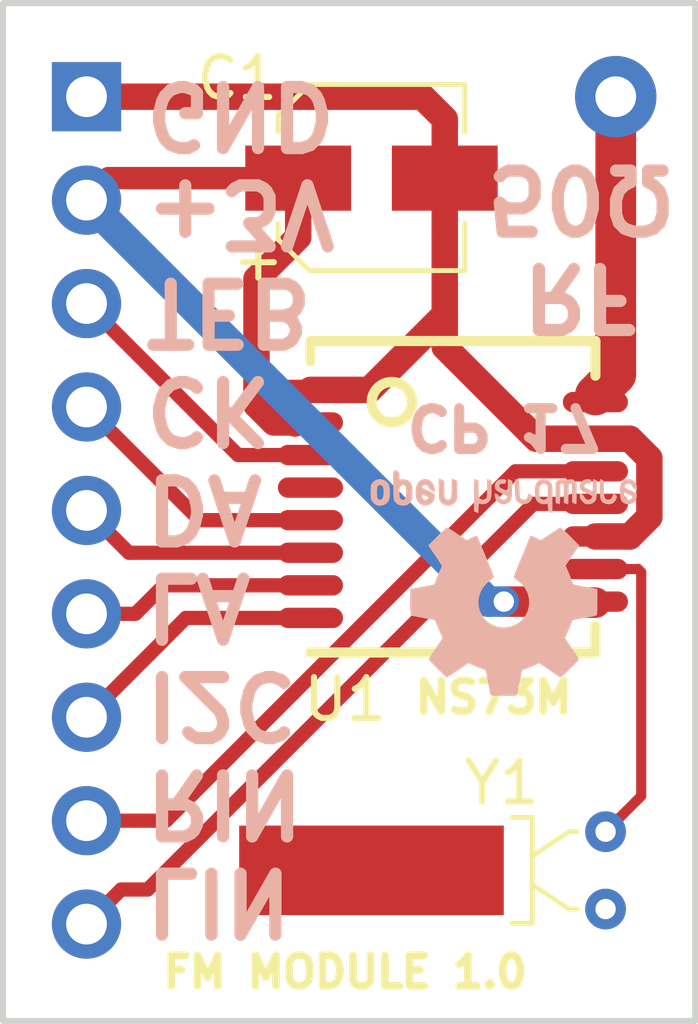
<source format=kicad_pcb>
(kicad_pcb (version 4) (host pcbnew 4.0.6-e0-6349~52~ubuntu16.10.1)

  (general
    (links 17)
    (no_connects 1)
    (area 118.435 81.435 146.27381 107.775001)
    (thickness 1.6)
    (drawings 9)
    (tracks 56)
    (zones 0)
    (modules 6)
    (nets 13)
  )

  (page USLetter)
  (title_block
    (title NS73M-Breakout)
    (date 2017-05-03)
    (rev 1)
    (company "Conor Peterson")
    (comment 1 conor.p.peterson@gmail.com)
  )

  (layers
    (0 F.Cu signal)
    (31 B.Cu signal)
    (32 B.Adhes user hide)
    (33 F.Adhes user hide)
    (34 B.Paste user hide)
    (35 F.Paste user hide)
    (36 B.SilkS user hide)
    (37 F.SilkS user)
    (38 B.Mask user)
    (39 F.Mask user hide)
    (40 Dwgs.User user)
    (41 Cmts.User user)
    (42 Eco1.User user)
    (43 Eco2.User user)
    (44 Edge.Cuts user)
    (45 Margin user)
    (46 B.CrtYd user)
    (47 F.CrtYd user)
    (48 B.Fab user)
    (49 F.Fab user)
  )

  (setup
    (last_trace_width 3.35)
    (trace_clearance 0.2)
    (zone_clearance 0.508)
    (zone_45_only no)
    (trace_min 0.2)
    (segment_width 0.2)
    (edge_width 0.15)
    (via_size 0.6)
    (via_drill 0.4)
    (via_min_size 0.4)
    (via_min_drill 0.3)
    (uvia_size 0.3)
    (uvia_drill 0.1)
    (uvias_allowed no)
    (uvia_min_size 0.2)
    (uvia_min_drill 0.1)
    (pcb_text_width 0.3)
    (pcb_text_size 1.5 1.5)
    (mod_edge_width 0.15)
    (mod_text_size 1 1)
    (mod_text_width 0.15)
    (pad_size 1.524 1.524)
    (pad_drill 0.762)
    (pad_to_mask_clearance 0.2)
    (aux_axis_origin 0 0)
    (visible_elements FFFFFF7F)
    (pcbplotparams
      (layerselection 0x010f0_80000001)
      (usegerberextensions true)
      (excludeedgelayer true)
      (linewidth 0.100000)
      (plotframeref false)
      (viasonmask false)
      (mode 1)
      (useauxorigin false)
      (hpglpennumber 1)
      (hpglpenspeed 20)
      (hpglpendiameter 15)
      (hpglpenoverlay 2)
      (psnegative false)
      (psa4output false)
      (plotreference true)
      (plotvalue false)
      (plotinvisibletext false)
      (padsonsilk false)
      (subtractmaskfromsilk false)
      (outputformat 1)
      (mirror false)
      (drillshape 0)
      (scaleselection 1)
      (outputdirectory ../Gerbers/1.0/))
  )

  (net 0 "")
  (net 1 "Net-(C1-Pad1)")
  (net 2 GND)
  (net 3 "Net-(P1-Pad3)")
  (net 4 "Net-(P1-Pad4)")
  (net 5 "Net-(P1-Pad5)")
  (net 6 "Net-(P1-Pad6)")
  (net 7 "Net-(P1-Pad7)")
  (net 8 "Net-(P1-Pad8)")
  (net 9 "Net-(P1-Pad9)")
  (net 10 "Net-(P2-Pad1)")
  (net 11 "Net-(U1-Pad4)")
  (net 12 "Net-(U1-Pad10)")

  (net_class Default "This is the default net class."
    (clearance 0.2)
    (trace_width 3.35)
    (via_dia 0.6)
    (via_drill 0.4)
    (uvia_dia 0.3)
    (uvia_drill 0.1)
  )

  (net_class Data ""
    (clearance 0.2)
    (trace_width 0.35)
    (via_dia 0.6)
    (via_drill 0.4)
    (uvia_dia 0.3)
    (uvia_drill 0.1)
    (add_net "Net-(P1-Pad3)")
    (add_net "Net-(P1-Pad4)")
    (add_net "Net-(P1-Pad5)")
    (add_net "Net-(P1-Pad6)")
    (add_net "Net-(P1-Pad7)")
    (add_net "Net-(P1-Pad8)")
    (add_net "Net-(P1-Pad9)")
    (add_net "Net-(U1-Pad4)")
  )

  (net_class Power ""
    (clearance 0.2)
    (trace_width 0.55)
    (via_dia 0.7)
    (via_drill 0.5)
    (uvia_dia 0.3)
    (uvia_drill 0.1)
    (add_net GND)
    (add_net "Net-(C1-Pad1)")
  )

  (net_class RF ""
    (clearance 0.25)
    (trace_width 1)
    (via_dia 0.6)
    (via_drill 0.4)
    (uvia_dia 0.3)
    (uvia_drill 0.1)
    (add_net "Net-(P2-Pad1)")
  )

  (net_class Xtal ""
    (clearance 0.2)
    (trace_width 0.25)
    (via_dia 0.6)
    (via_drill 0.4)
    (uvia_dia 0.3)
    (uvia_drill 0.1)
    (add_net "Net-(U1-Pad10)")
  )

  (module NS73M-Breakout:NS73M-DFN (layer F.Cu) (tedit 590A0C5F) (tstamp 5909EE00)
    (at 131 95 180)
    (path /590901B3)
    (fp_text reference U1 (at 2.65 -4.8 180) (layer F.SilkS)
      (effects (font (size 1 1) (thickness 0.15)))
    )
    (fp_text value NS73M (at 0.15 -4.85 180) (layer F.Fab) hide
      (effects (font (size 1 1) (thickness 0.15)))
    )
    (fp_circle (center 1.5 2.5) (end 1.15 2.15) (layer F.SilkS) (width 0.25))
    (fp_line (start 3.5 4) (end 3.5 3.5) (layer F.SilkS) (width 0.25))
    (fp_line (start -3.5 4) (end 3.5 4) (layer F.SilkS) (width 0.25))
    (fp_line (start -3.5 3.15) (end -3.5 4) (layer F.SilkS) (width 0.25))
    (fp_line (start -3.5 -3.65) (end -3.5 -3) (layer F.SilkS) (width 0.25))
    (fp_line (start 3.5 -3.65) (end -3.5 -3.65) (layer F.SilkS) (width 0.25))
    (pad 1 smd oval (at 3.5 2.8 180) (size 1.6 0.5) (layers F.Cu F.Paste F.Mask)
      (net 2 GND))
    (pad 2 smd oval (at 3.5 2 180) (size 1.6 0.5) (layers F.Cu F.Paste F.Mask)
      (net 1 "Net-(C1-Pad1)"))
    (pad 3 smd oval (at 3.5 1.2 180) (size 1.6 0.5) (layers F.Cu F.Paste F.Mask)
      (net 3 "Net-(P1-Pad3)"))
    (pad 4 smd oval (at 3.5 0.4 180) (size 1.6 0.5) (layers F.Cu F.Paste F.Mask)
      (net 11 "Net-(U1-Pad4)"))
    (pad 5 smd oval (at 3.5 -0.4 180) (size 1.6 0.5) (layers F.Cu F.Paste F.Mask)
      (net 4 "Net-(P1-Pad4)"))
    (pad 6 smd oval (at 3.5 -1.2 180) (size 1.6 0.5) (layers F.Cu F.Paste F.Mask)
      (net 5 "Net-(P1-Pad5)"))
    (pad 7 smd oval (at 3.5 -2 180) (size 1.6 0.5) (layers F.Cu F.Paste F.Mask)
      (net 6 "Net-(P1-Pad6)"))
    (pad 8 smd oval (at 3.5 -2.8 180) (size 1.6 0.5) (layers F.Cu F.Paste F.Mask)
      (net 7 "Net-(P1-Pad7)"))
    (pad 9 smd oval (at -3.5 -2.4 180) (size 1.6 0.5) (layers F.Cu F.Paste F.Mask)
      (net 1 "Net-(C1-Pad1)"))
    (pad 10 smd oval (at -3.5 -1.6 180) (size 1.6 0.5) (layers F.Cu F.Paste F.Mask)
      (net 12 "Net-(U1-Pad10)"))
    (pad 11 smd oval (at -3.5 -0.8 180) (size 1.6 0.5) (layers F.Cu F.Paste F.Mask)
      (net 2 GND))
    (pad 12 smd oval (at -3.5 0 180) (size 1.6 0.5) (layers F.Cu F.Paste F.Mask)
      (net 9 "Net-(P1-Pad9)"))
    (pad 13 smd oval (at -3.5 0.8 180) (size 1.6 0.5) (layers F.Cu F.Paste F.Mask)
      (net 8 "Net-(P1-Pad8)"))
    (pad 14 smd oval (at -3.5 1.6 180) (size 1.6 0.5) (layers F.Cu F.Paste F.Mask)
      (net 2 GND))
    (pad 15 smd oval (at -3.5 2.5 180) (size 1.6 0.5) (layers F.Cu F.Paste F.Mask)
      (net 10 "Net-(P2-Pad1)"))
  )

  (module Capacitors_SMD:CP_Elec_4x4.5 (layer F.Cu) (tedit 590A0C3C) (tstamp 5909EDDB)
    (at 129 87)
    (descr "SMT capacitor, aluminium electrolytic, 4x4.5")
    (path /59090277)
    (attr smd)
    (fp_text reference C1 (at -3.3 -2.45 180) (layer F.SilkS)
      (effects (font (size 1 1) (thickness 0.15)))
    )
    (fp_text value 22uF (at 0 -3.45) (layer F.Fab) hide
      (effects (font (size 1 1) (thickness 0.15)))
    )
    (fp_circle (center 0 0) (end 0.1 2.1) (layer F.Fab) (width 0.1))
    (fp_text user + (at -1.24 -0.08) (layer F.Fab)
      (effects (font (size 1 1) (thickness 0.15)))
    )
    (fp_text user + (at -2.78 1.99 180) (layer F.SilkS)
      (effects (font (size 1 1) (thickness 0.15)))
    )
    (fp_text user %R (at 3.45 2.15) (layer F.Fab) hide
      (effects (font (size 1 1) (thickness 0.15)))
    )
    (fp_line (start 2.13 2.12) (end 2.13 -2.15) (layer F.Fab) (width 0.1))
    (fp_line (start -1.46 2.12) (end 2.13 2.12) (layer F.Fab) (width 0.1))
    (fp_line (start -2.13 1.45) (end -1.46 2.12) (layer F.Fab) (width 0.1))
    (fp_line (start -2.13 -1.47) (end -2.13 1.45) (layer F.Fab) (width 0.1))
    (fp_line (start -1.46 -2.15) (end -2.13 -1.47) (layer F.Fab) (width 0.1))
    (fp_line (start 2.13 -2.15) (end -1.46 -2.15) (layer F.Fab) (width 0.1))
    (fp_line (start 2.29 -2.3) (end 2.29 -1.13) (layer F.SilkS) (width 0.12))
    (fp_line (start 2.29 2.27) (end 2.29 1.1) (layer F.SilkS) (width 0.12))
    (fp_line (start -2.29 1.51) (end -2.29 1.1) (layer F.SilkS) (width 0.12))
    (fp_line (start -2.29 -1.54) (end -2.29 -1.13) (layer F.SilkS) (width 0.12))
    (fp_line (start -1.52 -2.3) (end 2.29 -2.3) (layer F.SilkS) (width 0.12))
    (fp_line (start -1.52 -2.3) (end -2.29 -1.54) (layer F.SilkS) (width 0.12))
    (fp_line (start -1.52 2.27) (end 2.29 2.27) (layer F.SilkS) (width 0.12))
    (fp_line (start -1.52 2.27) (end -2.29 1.51) (layer F.SilkS) (width 0.12))
    (fp_line (start -3.35 -2.4) (end 3.35 -2.4) (layer F.CrtYd) (width 0.05))
    (fp_line (start -3.35 -2.4) (end -3.35 2.37) (layer F.CrtYd) (width 0.05))
    (fp_line (start 3.35 2.37) (end 3.35 -2.4) (layer F.CrtYd) (width 0.05))
    (fp_line (start 3.35 2.37) (end -3.35 2.37) (layer F.CrtYd) (width 0.05))
    (pad 1 smd rect (at -1.8 0 180) (size 2.6 1.6) (layers F.Cu F.Paste F.Mask)
      (net 1 "Net-(C1-Pad1)"))
    (pad 2 smd rect (at 1.8 0 180) (size 2.6 1.6) (layers F.Cu F.Paste F.Mask)
      (net 2 GND))
    (model Capacitors_SMD.3dshapes/CP_Elec_4x4.5.wrl
      (at (xyz 0 0 0))
      (scale (xyz 1 1 1))
      (rotate (xyz 0 0 180))
    )
  )

  (module Crystals:Crystal_C26-LF_d2.1mm_l6.5mm_Horizontal_1EP_style1 (layer F.Cu) (tedit 590A0C06) (tstamp 5909EE07)
    (at 134.75 103.05 270)
    (descr "Crystal THT C26-LF 6.5mm length 2.06mm diameter")
    (tags ['C26-LF'])
    (path /590901E6)
    (fp_text reference Y1 (at -1.2 2.55 360) (layer F.SilkS)
      (effects (font (size 1 1) (thickness 0.15)))
    )
    (fp_text value "32.768 kHz" (at 3.57 1.75 360) (layer F.Fab) hide
      (effects (font (size 1 1) (thickness 0.15)))
    )
    (fp_text user %R (at 1 5.75 360) (layer F.Fab)
      (effects (font (size 0.7 0.7) (thickness 0.105)))
    )
    (fp_line (start -0.08 2) (end -0.08 8.5) (layer F.Fab) (width 0.1))
    (fp_line (start -0.08 8.5) (end 1.98 8.5) (layer F.Fab) (width 0.1))
    (fp_line (start 1.98 8.5) (end 1.98 2) (layer F.Fab) (width 0.1))
    (fp_line (start 1.98 2) (end -0.08 2) (layer F.Fab) (width 0.1))
    (fp_line (start 0.6 2) (end 0 1) (layer F.Fab) (width 0.1))
    (fp_line (start 0 1) (end 0 0) (layer F.Fab) (width 0.1))
    (fp_line (start 1.3 2) (end 1.9 1) (layer F.Fab) (width 0.1))
    (fp_line (start 1.9 1) (end 1.9 0) (layer F.Fab) (width 0.1))
    (fp_line (start -0.35 2.3) (end -0.35 1.8) (layer F.SilkS) (width 0.12))
    (fp_line (start -0.35 1.8) (end 2.25 1.8) (layer F.SilkS) (width 0.12))
    (fp_line (start 2.25 1.8) (end 2.25 2.3) (layer F.SilkS) (width 0.12))
    (fp_line (start 0.6 1.8) (end 0 0.9) (layer F.SilkS) (width 0.12))
    (fp_line (start 0 0.9) (end 0 0.7) (layer F.SilkS) (width 0.12))
    (fp_line (start 1.3 1.8) (end 1.9 0.9) (layer F.SilkS) (width 0.12))
    (fp_line (start 1.9 0.9) (end 1.9 0.7) (layer F.SilkS) (width 0.12))
    (fp_line (start -0.9 -0.8) (end -0.9 9.3) (layer F.CrtYd) (width 0.05))
    (fp_line (start -0.9 9.3) (end 2.8 9.3) (layer F.CrtYd) (width 0.05))
    (fp_line (start 2.8 9.3) (end 2.8 -0.8) (layer F.CrtYd) (width 0.05))
    (fp_line (start 2.8 -0.8) (end -0.9 -0.8) (layer F.CrtYd) (width 0.05))
    (pad 1 thru_hole circle (at 0 0 270) (size 1 1) (drill 0.5) (layers *.Cu *.Mask)
      (net 12 "Net-(U1-Pad10)"))
    (pad 2 thru_hole circle (at 1.9 0 270) (size 1 1) (drill 0.5) (layers *.Cu *.Mask)
      (net 2 GND))
    (pad 3 smd rect (at 0.95 5.75 270) (size 2.2 6.5) (layers F.Cu F.Paste F.Mask))
    (model ${KISYS3DMOD}/Crystals.3dshapes/Crystal_C26-LF_d2.1mm_l6.5mm_Horizontal_1EP_style1.wrl
      (at (xyz 0 0 0))
      (scale (xyz 0.393701 0.393701 0.393701))
      (rotate (xyz 0 0 0))
    )
  )

  (module NS73M-Breakout:pinheader-9x (layer F.Cu) (tedit 590A0C23) (tstamp 5909EF35)
    (at 122 85)
    (path /590904E6)
    (fp_text reference P1 (at 2.2 21) (layer F.SilkS) hide
      (effects (font (size 1 1) (thickness 0.15)))
    )
    (fp_text value HEADER (at -2.54 10.16 90) (layer F.Fab) hide
      (effects (font (size 1 1) (thickness 0.15)))
    )
    (pad 1 thru_hole rect (at 0 0) (size 1.7 1.7) (drill 1) (layers *.Cu *.Mask)
      (net 2 GND))
    (pad 2 thru_hole circle (at 0 2.54) (size 1.7 1.7) (drill 1) (layers *.Cu *.Mask)
      (net 1 "Net-(C1-Pad1)"))
    (pad 3 thru_hole circle (at 0 5.08) (size 1.7 1.7) (drill 1) (layers *.Cu *.Mask)
      (net 3 "Net-(P1-Pad3)"))
    (pad 4 thru_hole circle (at 0 7.62) (size 1.7 1.7) (drill 1) (layers *.Cu *.Mask)
      (net 4 "Net-(P1-Pad4)"))
    (pad 5 thru_hole circle (at 0 10.16) (size 1.7 1.7) (drill 1) (layers *.Cu *.Mask)
      (net 5 "Net-(P1-Pad5)"))
    (pad 6 thru_hole circle (at 0 12.7) (size 1.7 1.7) (drill 1) (layers *.Cu *.Mask)
      (net 6 "Net-(P1-Pad6)"))
    (pad 7 thru_hole circle (at 0 15.24) (size 1.7 1.7) (drill 1) (layers *.Cu *.Mask)
      (net 7 "Net-(P1-Pad7)"))
    (pad 8 thru_hole circle (at 0 17.78) (size 1.7 1.7) (drill 1) (layers *.Cu *.Mask)
      (net 8 "Net-(P1-Pad8)"))
    (pad 9 thru_hole circle (at 0 20.32) (size 1.7 1.7) (drill 1) (layers *.Cu *.Mask)
      (net 9 "Net-(P1-Pad9)"))
  )

  (module NS73M-Breakout:rf_hole (layer F.Cu) (tedit 590A0C44) (tstamp 5909EDED)
    (at 135 85)
    (path /59090C31)
    (fp_text reference P2 (at 0 2.54) (layer F.SilkS) hide
      (effects (font (size 1 1) (thickness 0.15)))
    )
    (fp_text value RF_OUT (at 0 -2.54) (layer F.Fab) hide
      (effects (font (size 1 1) (thickness 0.15)))
    )
    (pad 1 thru_hole circle (at 0 0) (size 2 2) (drill 1) (layers *.Cu *.Mask)
      (net 10 "Net-(P2-Pad1)"))
  )

  (module Symbols:OSHW-Logo2_7.3x6mm_SilkScreen (layer B.Cu) (tedit 0) (tstamp 590AC09F)
    (at 132.25 96.95)
    (descr "Open Source Hardware Symbol")
    (tags "Logo Symbol OSHW")
    (attr virtual)
    (fp_text reference REF*** (at 0 0) (layer B.SilkS) hide
      (effects (font (size 1 1) (thickness 0.15)) (justify mirror))
    )
    (fp_text value OSHW-Logo2_7.3x6mm_SilkScreen (at 0.75 0) (layer B.Fab) hide
      (effects (font (size 1 1) (thickness 0.15)) (justify mirror))
    )
    (fp_poly (pts (xy -2.400256 -1.919918) (xy -2.344799 -1.947568) (xy -2.295852 -1.99848) (xy -2.282371 -2.017338)
      (xy -2.267686 -2.042015) (xy -2.258158 -2.068816) (xy -2.252707 -2.104587) (xy -2.250253 -2.156169)
      (xy -2.249714 -2.224267) (xy -2.252148 -2.317588) (xy -2.260606 -2.387657) (xy -2.276826 -2.439931)
      (xy -2.302546 -2.479869) (xy -2.339503 -2.512929) (xy -2.342218 -2.514886) (xy -2.37864 -2.534908)
      (xy -2.422498 -2.544815) (xy -2.478276 -2.547257) (xy -2.568952 -2.547257) (xy -2.56899 -2.635283)
      (xy -2.569834 -2.684308) (xy -2.574976 -2.713065) (xy -2.588413 -2.730311) (xy -2.614142 -2.744808)
      (xy -2.620321 -2.747769) (xy -2.649236 -2.761648) (xy -2.671624 -2.770414) (xy -2.688271 -2.771171)
      (xy -2.699964 -2.761023) (xy -2.70749 -2.737073) (xy -2.711634 -2.696426) (xy -2.713185 -2.636186)
      (xy -2.712929 -2.553455) (xy -2.711651 -2.445339) (xy -2.711252 -2.413) (xy -2.709815 -2.301524)
      (xy -2.708528 -2.228603) (xy -2.569029 -2.228603) (xy -2.568245 -2.290499) (xy -2.56476 -2.330997)
      (xy -2.556876 -2.357708) (xy -2.542895 -2.378244) (xy -2.533403 -2.38826) (xy -2.494596 -2.417567)
      (xy -2.460237 -2.419952) (xy -2.424784 -2.39575) (xy -2.423886 -2.394857) (xy -2.409461 -2.376153)
      (xy -2.400687 -2.350732) (xy -2.396261 -2.311584) (xy -2.394882 -2.251697) (xy -2.394857 -2.23843)
      (xy -2.398188 -2.155901) (xy -2.409031 -2.098691) (xy -2.42866 -2.063766) (xy -2.45835 -2.048094)
      (xy -2.475509 -2.046514) (xy -2.516234 -2.053926) (xy -2.544168 -2.07833) (xy -2.560983 -2.12298)
      (xy -2.56835 -2.19113) (xy -2.569029 -2.228603) (xy -2.708528 -2.228603) (xy -2.708292 -2.215245)
      (xy -2.706323 -2.150333) (xy -2.70355 -2.102958) (xy -2.699612 -2.06929) (xy -2.694151 -2.045498)
      (xy -2.686808 -2.027753) (xy -2.677223 -2.012224) (xy -2.673113 -2.006381) (xy -2.618595 -1.951185)
      (xy -2.549664 -1.91989) (xy -2.469928 -1.911165) (xy -2.400256 -1.919918)) (layer B.SilkS) (width 0.01))
    (fp_poly (pts (xy -1.283907 -1.92778) (xy -1.237328 -1.954723) (xy -1.204943 -1.981466) (xy -1.181258 -2.009484)
      (xy -1.164941 -2.043748) (xy -1.154661 -2.089227) (xy -1.149086 -2.150892) (xy -1.146884 -2.233711)
      (xy -1.146629 -2.293246) (xy -1.146629 -2.512391) (xy -1.208314 -2.540044) (xy -1.27 -2.567697)
      (xy -1.277257 -2.32767) (xy -1.280256 -2.238028) (xy -1.283402 -2.172962) (xy -1.287299 -2.128026)
      (xy -1.292553 -2.09877) (xy -1.299769 -2.080748) (xy -1.30955 -2.069511) (xy -1.312688 -2.067079)
      (xy -1.360239 -2.048083) (xy -1.408303 -2.0556) (xy -1.436914 -2.075543) (xy -1.448553 -2.089675)
      (xy -1.456609 -2.10822) (xy -1.461729 -2.136334) (xy -1.464559 -2.179173) (xy -1.465744 -2.241895)
      (xy -1.465943 -2.307261) (xy -1.465982 -2.389268) (xy -1.467386 -2.447316) (xy -1.472086 -2.486465)
      (xy -1.482013 -2.51178) (xy -1.499097 -2.528323) (xy -1.525268 -2.541156) (xy -1.560225 -2.554491)
      (xy -1.598404 -2.569007) (xy -1.593859 -2.311389) (xy -1.592029 -2.218519) (xy -1.589888 -2.149889)
      (xy -1.586819 -2.100711) (xy -1.582206 -2.066198) (xy -1.575432 -2.041562) (xy -1.565881 -2.022016)
      (xy -1.554366 -2.00477) (xy -1.49881 -1.94968) (xy -1.43102 -1.917822) (xy -1.357287 -1.910191)
      (xy -1.283907 -1.92778)) (layer B.SilkS) (width 0.01))
    (fp_poly (pts (xy -2.958885 -1.921962) (xy -2.890855 -1.957733) (xy -2.840649 -2.015301) (xy -2.822815 -2.052312)
      (xy -2.808937 -2.107882) (xy -2.801833 -2.178096) (xy -2.80116 -2.254727) (xy -2.806573 -2.329552)
      (xy -2.81773 -2.394342) (xy -2.834286 -2.440873) (xy -2.839374 -2.448887) (xy -2.899645 -2.508707)
      (xy -2.971231 -2.544535) (xy -3.048908 -2.55502) (xy -3.127452 -2.53881) (xy -3.149311 -2.529092)
      (xy -3.191878 -2.499143) (xy -3.229237 -2.459433) (xy -3.232768 -2.454397) (xy -3.247119 -2.430124)
      (xy -3.256606 -2.404178) (xy -3.26221 -2.370022) (xy -3.264914 -2.321119) (xy -3.265701 -2.250935)
      (xy -3.265714 -2.2352) (xy -3.265678 -2.230192) (xy -3.120571 -2.230192) (xy -3.119727 -2.29643)
      (xy -3.116404 -2.340386) (xy -3.109417 -2.368779) (xy -3.097584 -2.388325) (xy -3.091543 -2.394857)
      (xy -3.056814 -2.41968) (xy -3.023097 -2.418548) (xy -2.989005 -2.397016) (xy -2.968671 -2.374029)
      (xy -2.956629 -2.340478) (xy -2.949866 -2.287569) (xy -2.949402 -2.281399) (xy -2.948248 -2.185513)
      (xy -2.960312 -2.114299) (xy -2.98543 -2.068194) (xy -3.02344 -2.047635) (xy -3.037008 -2.046514)
      (xy -3.072636 -2.052152) (xy -3.097006 -2.071686) (xy -3.111907 -2.109042) (xy -3.119125 -2.16815)
      (xy -3.120571 -2.230192) (xy -3.265678 -2.230192) (xy -3.265174 -2.160413) (xy -3.262904 -2.108159)
      (xy -3.257932 -2.071949) (xy -3.249287 -2.045299) (xy -3.235995 -2.021722) (xy -3.233057 -2.017338)
      (xy -3.183687 -1.958249) (xy -3.129891 -1.923947) (xy -3.064398 -1.910331) (xy -3.042158 -1.909665)
      (xy -2.958885 -1.921962)) (layer B.SilkS) (width 0.01))
    (fp_poly (pts (xy -1.831697 -1.931239) (xy -1.774473 -1.969735) (xy -1.730251 -2.025335) (xy -1.703833 -2.096086)
      (xy -1.69849 -2.148162) (xy -1.699097 -2.169893) (xy -1.704178 -2.186531) (xy -1.718145 -2.201437)
      (xy -1.745411 -2.217973) (xy -1.790388 -2.239498) (xy -1.857489 -2.269374) (xy -1.857829 -2.269524)
      (xy -1.919593 -2.297813) (xy -1.970241 -2.322933) (xy -2.004596 -2.342179) (xy -2.017482 -2.352848)
      (xy -2.017486 -2.352934) (xy -2.006128 -2.376166) (xy -1.979569 -2.401774) (xy -1.949077 -2.420221)
      (xy -1.93363 -2.423886) (xy -1.891485 -2.411212) (xy -1.855192 -2.379471) (xy -1.837483 -2.344572)
      (xy -1.820448 -2.318845) (xy -1.787078 -2.289546) (xy -1.747851 -2.264235) (xy -1.713244 -2.250471)
      (xy -1.706007 -2.249714) (xy -1.697861 -2.26216) (xy -1.69737 -2.293972) (xy -1.703357 -2.336866)
      (xy -1.714643 -2.382558) (xy -1.73005 -2.422761) (xy -1.730829 -2.424322) (xy -1.777196 -2.489062)
      (xy -1.837289 -2.533097) (xy -1.905535 -2.554711) (xy -1.976362 -2.552185) (xy -2.044196 -2.523804)
      (xy -2.047212 -2.521808) (xy -2.100573 -2.473448) (xy -2.13566 -2.410352) (xy -2.155078 -2.327387)
      (xy -2.157684 -2.304078) (xy -2.162299 -2.194055) (xy -2.156767 -2.142748) (xy -2.017486 -2.142748)
      (xy -2.015676 -2.174753) (xy -2.005778 -2.184093) (xy -1.981102 -2.177105) (xy -1.942205 -2.160587)
      (xy -1.898725 -2.139881) (xy -1.897644 -2.139333) (xy -1.860791 -2.119949) (xy -1.846 -2.107013)
      (xy -1.849647 -2.093451) (xy -1.865005 -2.075632) (xy -1.904077 -2.049845) (xy -1.946154 -2.04795)
      (xy -1.983897 -2.066717) (xy -2.009966 -2.102915) (xy -2.017486 -2.142748) (xy -2.156767 -2.142748)
      (xy -2.152806 -2.106027) (xy -2.12845 -2.036212) (xy -2.094544 -1.987302) (xy -2.033347 -1.937878)
      (xy -1.965937 -1.913359) (xy -1.89712 -1.911797) (xy -1.831697 -1.931239)) (layer B.SilkS) (width 0.01))
    (fp_poly (pts (xy -0.624114 -1.851289) (xy -0.619861 -1.910613) (xy -0.614975 -1.945572) (xy -0.608205 -1.96082)
      (xy -0.598298 -1.961015) (xy -0.595086 -1.959195) (xy -0.552356 -1.946015) (xy -0.496773 -1.946785)
      (xy -0.440263 -1.960333) (xy -0.404918 -1.977861) (xy -0.368679 -2.005861) (xy -0.342187 -2.037549)
      (xy -0.324001 -2.077813) (xy -0.312678 -2.131543) (xy -0.306778 -2.203626) (xy -0.304857 -2.298951)
      (xy -0.304823 -2.317237) (xy -0.3048 -2.522646) (xy -0.350509 -2.53858) (xy -0.382973 -2.54942)
      (xy -0.400785 -2.554468) (xy -0.401309 -2.554514) (xy -0.403063 -2.540828) (xy -0.404556 -2.503076)
      (xy -0.405674 -2.446224) (xy -0.406303 -2.375234) (xy -0.4064 -2.332073) (xy -0.406602 -2.246973)
      (xy -0.407642 -2.185981) (xy -0.410169 -2.144177) (xy -0.414836 -2.116642) (xy -0.422293 -2.098456)
      (xy -0.433189 -2.084698) (xy -0.439993 -2.078073) (xy -0.486728 -2.051375) (xy -0.537728 -2.049375)
      (xy -0.583999 -2.071955) (xy -0.592556 -2.080107) (xy -0.605107 -2.095436) (xy -0.613812 -2.113618)
      (xy -0.619369 -2.139909) (xy -0.622474 -2.179562) (xy -0.623824 -2.237832) (xy -0.624114 -2.318173)
      (xy -0.624114 -2.522646) (xy -0.669823 -2.53858) (xy -0.702287 -2.54942) (xy -0.720099 -2.554468)
      (xy -0.720623 -2.554514) (xy -0.721963 -2.540623) (xy -0.723172 -2.501439) (xy -0.724199 -2.4407)
      (xy -0.724998 -2.362141) (xy -0.725519 -2.269498) (xy -0.725714 -2.166509) (xy -0.725714 -1.769342)
      (xy -0.678543 -1.749444) (xy -0.631371 -1.729547) (xy -0.624114 -1.851289)) (layer B.SilkS) (width 0.01))
    (fp_poly (pts (xy 0.039744 -1.950968) (xy 0.096616 -1.972087) (xy 0.097267 -1.972493) (xy 0.13244 -1.99838)
      (xy 0.158407 -2.028633) (xy 0.17667 -2.068058) (xy 0.188732 -2.121462) (xy 0.196096 -2.193651)
      (xy 0.200264 -2.289432) (xy 0.200629 -2.303078) (xy 0.205876 -2.508842) (xy 0.161716 -2.531678)
      (xy 0.129763 -2.54711) (xy 0.11047 -2.554423) (xy 0.109578 -2.554514) (xy 0.106239 -2.541022)
      (xy 0.103587 -2.504626) (xy 0.101956 -2.451452) (xy 0.1016 -2.408393) (xy 0.101592 -2.338641)
      (xy 0.098403 -2.294837) (xy 0.087288 -2.273944) (xy 0.063501 -2.272925) (xy 0.022296 -2.288741)
      (xy -0.039914 -2.317815) (xy -0.085659 -2.341963) (xy -0.109187 -2.362913) (xy -0.116104 -2.385747)
      (xy -0.116114 -2.386877) (xy -0.104701 -2.426212) (xy -0.070908 -2.447462) (xy -0.019191 -2.450539)
      (xy 0.018061 -2.450006) (xy 0.037703 -2.460735) (xy 0.049952 -2.486505) (xy 0.057002 -2.519337)
      (xy 0.046842 -2.537966) (xy 0.043017 -2.540632) (xy 0.007001 -2.55134) (xy -0.043434 -2.552856)
      (xy -0.095374 -2.545759) (xy -0.132178 -2.532788) (xy -0.183062 -2.489585) (xy -0.211986 -2.429446)
      (xy -0.217714 -2.382462) (xy -0.213343 -2.340082) (xy -0.197525 -2.305488) (xy -0.166203 -2.274763)
      (xy -0.115322 -2.24399) (xy -0.040824 -2.209252) (xy -0.036286 -2.207288) (xy 0.030821 -2.176287)
      (xy 0.072232 -2.150862) (xy 0.089981 -2.128014) (xy 0.086107 -2.104745) (xy 0.062643 -2.078056)
      (xy 0.055627 -2.071914) (xy 0.00863 -2.0481) (xy -0.040067 -2.049103) (xy -0.082478 -2.072451)
      (xy -0.110616 -2.115675) (xy -0.113231 -2.12416) (xy -0.138692 -2.165308) (xy -0.170999 -2.185128)
      (xy -0.217714 -2.20477) (xy -0.217714 -2.15395) (xy -0.203504 -2.080082) (xy -0.161325 -2.012327)
      (xy -0.139376 -1.989661) (xy -0.089483 -1.960569) (xy -0.026033 -1.9474) (xy 0.039744 -1.950968)) (layer B.SilkS) (width 0.01))
    (fp_poly (pts (xy 0.529926 -1.949755) (xy 0.595858 -1.974084) (xy 0.649273 -2.017117) (xy 0.670164 -2.047409)
      (xy 0.692939 -2.102994) (xy 0.692466 -2.143186) (xy 0.668562 -2.170217) (xy 0.659717 -2.174813)
      (xy 0.62153 -2.189144) (xy 0.602028 -2.185472) (xy 0.595422 -2.161407) (xy 0.595086 -2.148114)
      (xy 0.582992 -2.09921) (xy 0.551471 -2.064999) (xy 0.507659 -2.048476) (xy 0.458695 -2.052634)
      (xy 0.418894 -2.074227) (xy 0.40545 -2.086544) (xy 0.395921 -2.101487) (xy 0.389485 -2.124075)
      (xy 0.385317 -2.159328) (xy 0.382597 -2.212266) (xy 0.380502 -2.287907) (xy 0.37996 -2.311857)
      (xy 0.377981 -2.39379) (xy 0.375731 -2.451455) (xy 0.372357 -2.489608) (xy 0.367006 -2.513004)
      (xy 0.358824 -2.526398) (xy 0.346959 -2.534545) (xy 0.339362 -2.538144) (xy 0.307102 -2.550452)
      (xy 0.288111 -2.554514) (xy 0.281836 -2.540948) (xy 0.278006 -2.499934) (xy 0.2766 -2.430999)
      (xy 0.277598 -2.333669) (xy 0.277908 -2.318657) (xy 0.280101 -2.229859) (xy 0.282693 -2.165019)
      (xy 0.286382 -2.119067) (xy 0.291864 -2.086935) (xy 0.299835 -2.063553) (xy 0.310993 -2.043852)
      (xy 0.31683 -2.03541) (xy 0.350296 -1.998057) (xy 0.387727 -1.969003) (xy 0.392309 -1.966467)
      (xy 0.459426 -1.946443) (xy 0.529926 -1.949755)) (layer B.SilkS) (width 0.01))
    (fp_poly (pts (xy 1.190117 -2.065358) (xy 1.189933 -2.173837) (xy 1.189219 -2.257287) (xy 1.187675 -2.319704)
      (xy 1.185001 -2.365085) (xy 1.180894 -2.397429) (xy 1.175055 -2.420733) (xy 1.167182 -2.438995)
      (xy 1.161221 -2.449418) (xy 1.111855 -2.505945) (xy 1.049264 -2.541377) (xy 0.980013 -2.55409)
      (xy 0.910668 -2.542463) (xy 0.869375 -2.521568) (xy 0.826025 -2.485422) (xy 0.796481 -2.441276)
      (xy 0.778655 -2.383462) (xy 0.770463 -2.306313) (xy 0.769302 -2.249714) (xy 0.769458 -2.245647)
      (xy 0.870857 -2.245647) (xy 0.871476 -2.31055) (xy 0.874314 -2.353514) (xy 0.88084 -2.381622)
      (xy 0.892523 -2.401953) (xy 0.906483 -2.417288) (xy 0.953365 -2.44689) (xy 1.003701 -2.449419)
      (xy 1.051276 -2.424705) (xy 1.054979 -2.421356) (xy 1.070783 -2.403935) (xy 1.080693 -2.383209)
      (xy 1.086058 -2.352362) (xy 1.088228 -2.304577) (xy 1.088571 -2.251748) (xy 1.087827 -2.185381)
      (xy 1.084748 -2.141106) (xy 1.078061 -2.112009) (xy 1.066496 -2.091173) (xy 1.057013 -2.080107)
      (xy 1.01296 -2.052198) (xy 0.962224 -2.048843) (xy 0.913796 -2.070159) (xy 0.90445 -2.078073)
      (xy 0.88854 -2.095647) (xy 0.87861 -2.116587) (xy 0.873278 -2.147782) (xy 0.871163 -2.196122)
      (xy 0.870857 -2.245647) (xy 0.769458 -2.245647) (xy 0.77281 -2.158568) (xy 0.784726 -2.090086)
      (xy 0.807135 -2.0386) (xy 0.842124 -1.998443) (xy 0.869375 -1.977861) (xy 0.918907 -1.955625)
      (xy 0.976316 -1.945304) (xy 1.029682 -1.948067) (xy 1.059543 -1.959212) (xy 1.071261 -1.962383)
      (xy 1.079037 -1.950557) (xy 1.084465 -1.918866) (xy 1.088571 -1.870593) (xy 1.093067 -1.816829)
      (xy 1.099313 -1.784482) (xy 1.110676 -1.765985) (xy 1.130528 -1.75377) (xy 1.143 -1.748362)
      (xy 1.190171 -1.728601) (xy 1.190117 -2.065358)) (layer B.SilkS) (width 0.01))
    (fp_poly (pts (xy 1.779833 -1.958663) (xy 1.782048 -1.99685) (xy 1.783784 -2.054886) (xy 1.784899 -2.12818)
      (xy 1.785257 -2.205055) (xy 1.785257 -2.465196) (xy 1.739326 -2.511127) (xy 1.707675 -2.539429)
      (xy 1.67989 -2.550893) (xy 1.641915 -2.550168) (xy 1.62684 -2.548321) (xy 1.579726 -2.542948)
      (xy 1.540756 -2.539869) (xy 1.531257 -2.539585) (xy 1.499233 -2.541445) (xy 1.453432 -2.546114)
      (xy 1.435674 -2.548321) (xy 1.392057 -2.551735) (xy 1.362745 -2.54432) (xy 1.33368 -2.521427)
      (xy 1.323188 -2.511127) (xy 1.277257 -2.465196) (xy 1.277257 -1.978602) (xy 1.314226 -1.961758)
      (xy 1.346059 -1.949282) (xy 1.364683 -1.944914) (xy 1.369458 -1.958718) (xy 1.373921 -1.997286)
      (xy 1.377775 -2.056356) (xy 1.380722 -2.131663) (xy 1.382143 -2.195286) (xy 1.386114 -2.445657)
      (xy 1.420759 -2.450556) (xy 1.452268 -2.447131) (xy 1.467708 -2.436041) (xy 1.472023 -2.415308)
      (xy 1.475708 -2.371145) (xy 1.478469 -2.309146) (xy 1.480012 -2.234909) (xy 1.480235 -2.196706)
      (xy 1.480457 -1.976783) (xy 1.526166 -1.960849) (xy 1.558518 -1.950015) (xy 1.576115 -1.944962)
      (xy 1.576623 -1.944914) (xy 1.578388 -1.958648) (xy 1.580329 -1.99673) (xy 1.582282 -2.054482)
      (xy 1.584084 -2.127227) (xy 1.585343 -2.195286) (xy 1.589314 -2.445657) (xy 1.6764 -2.445657)
      (xy 1.680396 -2.21724) (xy 1.684392 -1.988822) (xy 1.726847 -1.966868) (xy 1.758192 -1.951793)
      (xy 1.776744 -1.944951) (xy 1.777279 -1.944914) (xy 1.779833 -1.958663)) (layer B.SilkS) (width 0.01))
    (fp_poly (pts (xy 2.144876 -1.956335) (xy 2.186667 -1.975344) (xy 2.219469 -1.998378) (xy 2.243503 -2.024133)
      (xy 2.260097 -2.057358) (xy 2.270577 -2.1028) (xy 2.276271 -2.165207) (xy 2.278507 -2.249327)
      (xy 2.278743 -2.304721) (xy 2.278743 -2.520826) (xy 2.241774 -2.53767) (xy 2.212656 -2.549981)
      (xy 2.198231 -2.554514) (xy 2.195472 -2.541025) (xy 2.193282 -2.504653) (xy 2.191942 -2.451542)
      (xy 2.191657 -2.409372) (xy 2.190434 -2.348447) (xy 2.187136 -2.300115) (xy 2.182321 -2.270518)
      (xy 2.178496 -2.264229) (xy 2.152783 -2.270652) (xy 2.112418 -2.287125) (xy 2.065679 -2.309458)
      (xy 2.020845 -2.333457) (xy 1.986193 -2.35493) (xy 1.970002 -2.369685) (xy 1.969938 -2.369845)
      (xy 1.97133 -2.397152) (xy 1.983818 -2.423219) (xy 2.005743 -2.444392) (xy 2.037743 -2.451474)
      (xy 2.065092 -2.450649) (xy 2.103826 -2.450042) (xy 2.124158 -2.459116) (xy 2.136369 -2.483092)
      (xy 2.137909 -2.487613) (xy 2.143203 -2.521806) (xy 2.129047 -2.542568) (xy 2.092148 -2.552462)
      (xy 2.052289 -2.554292) (xy 1.980562 -2.540727) (xy 1.943432 -2.521355) (xy 1.897576 -2.475845)
      (xy 1.873256 -2.419983) (xy 1.871073 -2.360957) (xy 1.891629 -2.305953) (xy 1.922549 -2.271486)
      (xy 1.95342 -2.252189) (xy 2.001942 -2.227759) (xy 2.058485 -2.202985) (xy 2.06791 -2.199199)
      (xy 2.130019 -2.171791) (xy 2.165822 -2.147634) (xy 2.177337 -2.123619) (xy 2.16658 -2.096635)
      (xy 2.148114 -2.075543) (xy 2.104469 -2.049572) (xy 2.056446 -2.047624) (xy 2.012406 -2.067637)
      (xy 1.980709 -2.107551) (xy 1.976549 -2.117848) (xy 1.952327 -2.155724) (xy 1.916965 -2.183842)
      (xy 1.872343 -2.206917) (xy 1.872343 -2.141485) (xy 1.874969 -2.101506) (xy 1.88623 -2.069997)
      (xy 1.911199 -2.036378) (xy 1.935169 -2.010484) (xy 1.972441 -1.973817) (xy 2.001401 -1.954121)
      (xy 2.032505 -1.94622) (xy 2.067713 -1.944914) (xy 2.144876 -1.956335)) (layer B.SilkS) (width 0.01))
    (fp_poly (pts (xy 2.6526 -1.958752) (xy 2.669948 -1.966334) (xy 2.711356 -1.999128) (xy 2.746765 -2.046547)
      (xy 2.768664 -2.097151) (xy 2.772229 -2.122098) (xy 2.760279 -2.156927) (xy 2.734067 -2.175357)
      (xy 2.705964 -2.186516) (xy 2.693095 -2.188572) (xy 2.686829 -2.173649) (xy 2.674456 -2.141175)
      (xy 2.669028 -2.126502) (xy 2.63859 -2.075744) (xy 2.59452 -2.050427) (xy 2.53801 -2.051206)
      (xy 2.533825 -2.052203) (xy 2.503655 -2.066507) (xy 2.481476 -2.094393) (xy 2.466327 -2.139287)
      (xy 2.45725 -2.204615) (xy 2.453286 -2.293804) (xy 2.452914 -2.341261) (xy 2.45273 -2.416071)
      (xy 2.451522 -2.467069) (xy 2.448309 -2.499471) (xy 2.442109 -2.518495) (xy 2.43194 -2.529356)
      (xy 2.416819 -2.537272) (xy 2.415946 -2.53767) (xy 2.386828 -2.549981) (xy 2.372403 -2.554514)
      (xy 2.370186 -2.540809) (xy 2.368289 -2.502925) (xy 2.366847 -2.445715) (xy 2.365998 -2.374027)
      (xy 2.365829 -2.321565) (xy 2.366692 -2.220047) (xy 2.37007 -2.143032) (xy 2.377142 -2.086023)
      (xy 2.389088 -2.044526) (xy 2.40709 -2.014043) (xy 2.432327 -1.99008) (xy 2.457247 -1.973355)
      (xy 2.517171 -1.951097) (xy 2.586911 -1.946076) (xy 2.6526 -1.958752)) (layer B.SilkS) (width 0.01))
    (fp_poly (pts (xy 3.153595 -1.966966) (xy 3.211021 -2.004497) (xy 3.238719 -2.038096) (xy 3.260662 -2.099064)
      (xy 3.262405 -2.147308) (xy 3.258457 -2.211816) (xy 3.109686 -2.276934) (xy 3.037349 -2.310202)
      (xy 2.990084 -2.336964) (xy 2.965507 -2.360144) (xy 2.961237 -2.382667) (xy 2.974889 -2.407455)
      (xy 2.989943 -2.423886) (xy 3.033746 -2.450235) (xy 3.081389 -2.452081) (xy 3.125145 -2.431546)
      (xy 3.157289 -2.390752) (xy 3.163038 -2.376347) (xy 3.190576 -2.331356) (xy 3.222258 -2.312182)
      (xy 3.265714 -2.295779) (xy 3.265714 -2.357966) (xy 3.261872 -2.400283) (xy 3.246823 -2.435969)
      (xy 3.21528 -2.476943) (xy 3.210592 -2.482267) (xy 3.175506 -2.51872) (xy 3.145347 -2.538283)
      (xy 3.107615 -2.547283) (xy 3.076335 -2.55023) (xy 3.020385 -2.550965) (xy 2.980555 -2.54166)
      (xy 2.955708 -2.527846) (xy 2.916656 -2.497467) (xy 2.889625 -2.464613) (xy 2.872517 -2.423294)
      (xy 2.863238 -2.367521) (xy 2.859693 -2.291305) (xy 2.85941 -2.252622) (xy 2.860372 -2.206247)
      (xy 2.948007 -2.206247) (xy 2.949023 -2.231126) (xy 2.951556 -2.2352) (xy 2.968274 -2.229665)
      (xy 3.004249 -2.215017) (xy 3.052331 -2.19419) (xy 3.062386 -2.189714) (xy 3.123152 -2.158814)
      (xy 3.156632 -2.131657) (xy 3.16399 -2.10622) (xy 3.146391 -2.080481) (xy 3.131856 -2.069109)
      (xy 3.07941 -2.046364) (xy 3.030322 -2.050122) (xy 2.989227 -2.077884) (xy 2.960758 -2.127152)
      (xy 2.951631 -2.166257) (xy 2.948007 -2.206247) (xy 2.860372 -2.206247) (xy 2.861285 -2.162249)
      (xy 2.868196 -2.095384) (xy 2.881884 -2.046695) (xy 2.904096 -2.010849) (xy 2.936574 -1.982513)
      (xy 2.950733 -1.973355) (xy 3.015053 -1.949507) (xy 3.085473 -1.948006) (xy 3.153595 -1.966966)) (layer B.SilkS) (width 0.01))
    (fp_poly (pts (xy 0.10391 2.757652) (xy 0.182454 2.757222) (xy 0.239298 2.756058) (xy 0.278105 2.753793)
      (xy 0.302538 2.75006) (xy 0.316262 2.744494) (xy 0.32294 2.736727) (xy 0.326236 2.726395)
      (xy 0.326556 2.725057) (xy 0.331562 2.700921) (xy 0.340829 2.653299) (xy 0.353392 2.587259)
      (xy 0.368287 2.507872) (xy 0.384551 2.420204) (xy 0.385119 2.417125) (xy 0.40141 2.331211)
      (xy 0.416652 2.255304) (xy 0.429861 2.193955) (xy 0.440054 2.151718) (xy 0.446248 2.133145)
      (xy 0.446543 2.132816) (xy 0.464788 2.123747) (xy 0.502405 2.108633) (xy 0.551271 2.090738)
      (xy 0.551543 2.090642) (xy 0.613093 2.067507) (xy 0.685657 2.038035) (xy 0.754057 2.008403)
      (xy 0.757294 2.006938) (xy 0.868702 1.956374) (xy 1.115399 2.12484) (xy 1.191077 2.176197)
      (xy 1.259631 2.222111) (xy 1.317088 2.25997) (xy 1.359476 2.287163) (xy 1.382825 2.301079)
      (xy 1.385042 2.302111) (xy 1.40201 2.297516) (xy 1.433701 2.275345) (xy 1.481352 2.234553)
      (xy 1.546198 2.174095) (xy 1.612397 2.109773) (xy 1.676214 2.046388) (xy 1.733329 1.988549)
      (xy 1.780305 1.939825) (xy 1.813703 1.90379) (xy 1.830085 1.884016) (xy 1.830694 1.882998)
      (xy 1.832505 1.869428) (xy 1.825683 1.847267) (xy 1.80854 1.813522) (xy 1.779393 1.7652)
      (xy 1.736555 1.699308) (xy 1.679448 1.614483) (xy 1.628766 1.539823) (xy 1.583461 1.47286)
      (xy 1.54615 1.417484) (xy 1.519452 1.37758) (xy 1.505985 1.357038) (xy 1.505137 1.355644)
      (xy 1.506781 1.335962) (xy 1.519245 1.297707) (xy 1.540048 1.248111) (xy 1.547462 1.232272)
      (xy 1.579814 1.16171) (xy 1.614328 1.081647) (xy 1.642365 1.012371) (xy 1.662568 0.960955)
      (xy 1.678615 0.921881) (xy 1.687888 0.901459) (xy 1.689041 0.899886) (xy 1.706096 0.897279)
      (xy 1.746298 0.890137) (xy 1.804302 0.879477) (xy 1.874763 0.866315) (xy 1.952335 0.851667)
      (xy 2.031672 0.836551) (xy 2.107431 0.821982) (xy 2.174264 0.808978) (xy 2.226828 0.798555)
      (xy 2.259776 0.79173) (xy 2.267857 0.789801) (xy 2.276205 0.785038) (xy 2.282506 0.774282)
      (xy 2.287045 0.753902) (xy 2.290104 0.720266) (xy 2.291967 0.669745) (xy 2.292918 0.598708)
      (xy 2.29324 0.503524) (xy 2.293257 0.464508) (xy 2.293257 0.147201) (xy 2.217057 0.132161)
      (xy 2.174663 0.124005) (xy 2.1114 0.112101) (xy 2.034962 0.097884) (xy 1.953043 0.08279)
      (xy 1.9304 0.078645) (xy 1.854806 0.063947) (xy 1.788953 0.049495) (xy 1.738366 0.036625)
      (xy 1.708574 0.026678) (xy 1.703612 0.023713) (xy 1.691426 0.002717) (xy 1.673953 -0.037967)
      (xy 1.654577 -0.090322) (xy 1.650734 -0.1016) (xy 1.625339 -0.171523) (xy 1.593817 -0.250418)
      (xy 1.562969 -0.321266) (xy 1.562817 -0.321595) (xy 1.511447 -0.432733) (xy 1.680399 -0.681253)
      (xy 1.849352 -0.929772) (xy 1.632429 -1.147058) (xy 1.566819 -1.211726) (xy 1.506979 -1.268733)
      (xy 1.456267 -1.315033) (xy 1.418046 -1.347584) (xy 1.395675 -1.363343) (xy 1.392466 -1.364343)
      (xy 1.373626 -1.356469) (xy 1.33518 -1.334578) (xy 1.28133 -1.301267) (xy 1.216276 -1.259131)
      (xy 1.14594 -1.211943) (xy 1.074555 -1.16381) (xy 1.010908 -1.121928) (xy 0.959041 -1.088871)
      (xy 0.922995 -1.067218) (xy 0.906867 -1.059543) (xy 0.887189 -1.066037) (xy 0.849875 -1.08315)
      (xy 0.802621 -1.107326) (xy 0.797612 -1.110013) (xy 0.733977 -1.141927) (xy 0.690341 -1.157579)
      (xy 0.663202 -1.157745) (xy 0.649057 -1.143204) (xy 0.648975 -1.143) (xy 0.641905 -1.125779)
      (xy 0.625042 -1.084899) (xy 0.599695 -1.023525) (xy 0.567171 -0.944819) (xy 0.528778 -0.851947)
      (xy 0.485822 -0.748072) (xy 0.444222 -0.647502) (xy 0.398504 -0.536516) (xy 0.356526 -0.433703)
      (xy 0.319548 -0.342215) (xy 0.288827 -0.265201) (xy 0.265622 -0.205815) (xy 0.25119 -0.167209)
      (xy 0.246743 -0.1528) (xy 0.257896 -0.136272) (xy 0.287069 -0.10993) (xy 0.325971 -0.080887)
      (xy 0.436757 0.010961) (xy 0.523351 0.116241) (xy 0.584716 0.232734) (xy 0.619815 0.358224)
      (xy 0.627608 0.490493) (xy 0.621943 0.551543) (xy 0.591078 0.678205) (xy 0.53792 0.790059)
      (xy 0.465767 0.885999) (xy 0.377917 0.964924) (xy 0.277665 1.02573) (xy 0.16831 1.067313)
      (xy 0.053147 1.088572) (xy -0.064525 1.088401) (xy -0.18141 1.065699) (xy -0.294211 1.019362)
      (xy -0.399631 0.948287) (xy -0.443632 0.908089) (xy -0.528021 0.804871) (xy -0.586778 0.692075)
      (xy -0.620296 0.57299) (xy -0.628965 0.450905) (xy -0.613177 0.329107) (xy -0.573322 0.210884)
      (xy -0.509793 0.099525) (xy -0.422979 -0.001684) (xy -0.325971 -0.080887) (xy -0.285563 -0.111162)
      (xy -0.257018 -0.137219) (xy -0.246743 -0.152825) (xy -0.252123 -0.169843) (xy -0.267425 -0.2105)
      (xy -0.291388 -0.271642) (xy -0.322756 -0.350119) (xy -0.360268 -0.44278) (xy -0.402667 -0.546472)
      (xy -0.444337 -0.647526) (xy -0.49031 -0.758607) (xy -0.532893 -0.861541) (xy -0.570779 -0.953165)
      (xy -0.60266 -1.030316) (xy -0.627229 -1.089831) (xy -0.64318 -1.128544) (xy -0.64909 -1.143)
      (xy -0.663052 -1.157685) (xy -0.69006 -1.157642) (xy -0.733587 -1.142099) (xy -0.79711 -1.110284)
      (xy -0.797612 -1.110013) (xy -0.84544 -1.085323) (xy -0.884103 -1.067338) (xy -0.905905 -1.059614)
      (xy -0.906867 -1.059543) (xy -0.923279 -1.067378) (xy -0.959513 -1.089165) (xy -1.011526 -1.122328)
      (xy -1.075275 -1.164291) (xy -1.14594 -1.211943) (xy -1.217884 -1.260191) (xy -1.282726 -1.302151)
      (xy -1.336265 -1.335227) (xy -1.374303 -1.356821) (xy -1.392467 -1.364343) (xy -1.409192 -1.354457)
      (xy -1.44282 -1.326826) (xy -1.48999 -1.284495) (xy -1.547342 -1.230505) (xy -1.611516 -1.167899)
      (xy -1.632503 -1.146983) (xy -1.849501 -0.929623) (xy -1.684332 -0.68722) (xy -1.634136 -0.612781)
      (xy -1.590081 -0.545972) (xy -1.554638 -0.490665) (xy -1.530281 -0.450729) (xy -1.519478 -0.430036)
      (xy -1.519162 -0.428563) (xy -1.524857 -0.409058) (xy -1.540174 -0.369822) (xy -1.562463 -0.31743)
      (xy -1.578107 -0.282355) (xy -1.607359 -0.215201) (xy -1.634906 -0.147358) (xy -1.656263 -0.090034)
      (xy -1.662065 -0.072572) (xy -1.678548 -0.025938) (xy -1.69466 0.010095) (xy -1.70351 0.023713)
      (xy -1.72304 0.032048) (xy -1.765666 0.043863) (xy -1.825855 0.057819) (xy -1.898078 0.072578)
      (xy -1.9304 0.078645) (xy -2.012478 0.093727) (xy -2.091205 0.108331) (xy -2.158891 0.12102)
      (xy -2.20784 0.130358) (xy -2.217057 0.132161) (xy -2.293257 0.147201) (xy -2.293257 0.464508)
      (xy -2.293086 0.568846) (xy -2.292384 0.647787) (xy -2.290866 0.704962) (xy -2.288251 0.744001)
      (xy -2.284254 0.768535) (xy -2.278591 0.782195) (xy -2.27098 0.788611) (xy -2.267857 0.789801)
      (xy -2.249022 0.79402) (xy -2.207412 0.802438) (xy -2.14837 0.814039) (xy -2.077243 0.827805)
      (xy -1.999375 0.84272) (xy -1.920113 0.857768) (xy -1.844802 0.871931) (xy -1.778787 0.884194)
      (xy -1.727413 0.893539) (xy -1.696025 0.89895) (xy -1.689041 0.899886) (xy -1.682715 0.912404)
      (xy -1.66871 0.945754) (xy -1.649645 0.993623) (xy -1.642366 1.012371) (xy -1.613004 1.084805)
      (xy -1.578429 1.16483) (xy -1.547463 1.232272) (xy -1.524677 1.283841) (xy -1.509518 1.326215)
      (xy -1.504458 1.352166) (xy -1.505264 1.355644) (xy -1.515959 1.372064) (xy -1.54038 1.408583)
      (xy -1.575905 1.461313) (xy -1.619913 1.526365) (xy -1.669783 1.599849) (xy -1.679644 1.614355)
      (xy -1.737508 1.700296) (xy -1.780044 1.765739) (xy -1.808946 1.813696) (xy -1.82591 1.84718)
      (xy -1.832633 1.869205) (xy -1.83081 1.882783) (xy -1.830764 1.882869) (xy -1.816414 1.900703)
      (xy -1.784677 1.935183) (xy -1.73899 1.982732) (xy -1.682796 2.039778) (xy -1.619532 2.102745)
      (xy -1.612398 2.109773) (xy -1.53267 2.18698) (xy -1.471143 2.24367) (xy -1.426579 2.28089)
      (xy -1.397743 2.299685) (xy -1.385042 2.302111) (xy -1.366506 2.291529) (xy -1.328039 2.267084)
      (xy -1.273614 2.231388) (xy -1.207202 2.187053) (xy -1.132775 2.136689) (xy -1.115399 2.12484)
      (xy -0.868703 1.956374) (xy -0.757294 2.006938) (xy -0.689543 2.036405) (xy -0.616817 2.066041)
      (xy -0.554297 2.08967) (xy -0.551543 2.090642) (xy -0.50264 2.108543) (xy -0.464943 2.12368)
      (xy -0.446575 2.13279) (xy -0.446544 2.132816) (xy -0.440715 2.149283) (xy -0.430808 2.189781)
      (xy -0.417805 2.249758) (xy -0.402691 2.32466) (xy -0.386448 2.409936) (xy -0.385119 2.417125)
      (xy -0.368825 2.504986) (xy -0.353867 2.58474) (xy -0.341209 2.651319) (xy -0.331814 2.699653)
      (xy -0.326646 2.724675) (xy -0.326556 2.725057) (xy -0.323411 2.735701) (xy -0.317296 2.743738)
      (xy -0.304547 2.749533) (xy -0.2815 2.753453) (xy -0.244491 2.755865) (xy -0.189856 2.757135)
      (xy -0.113933 2.757629) (xy -0.013056 2.757714) (xy 0 2.757714) (xy 0.10391 2.757652)) (layer B.SilkS) (width 0.01))
  )

  (gr_text "FM MODULE 1.0" (at 128.35 106.5) (layer F.SilkS)
    (effects (font (size 0.75 0.75) (thickness 0.1875)))
  )
  (gr_text "CP 17" (at 132.25 93.1 180) (layer B.SilkS)
    (effects (font (size 1 1) (thickness 0.25)) (justify mirror))
  )
  (gr_text "RF\n50Ω" (at 134.15 88.7 180) (layer B.SilkS)
    (effects (font (size 1.5 1.5) (thickness 0.3)) (justify mirror))
  )
  (gr_text "LIN\nRIN\nI2C\nLA\nDA\nCK\nTEB\n+3V\nGND" (at 123.3 95.1 180) (layer B.SilkS)
    (effects (font (size 1.5 1.5) (thickness 0.3)) (justify left mirror))
  )
  (gr_text NS73M (at 132 99.75) (layer F.SilkS)
    (effects (font (size 0.75 0.75) (thickness 0.1875)))
  )
  (gr_line (start 119.95 107.7) (end 119.95 82.7) (layer Edge.Cuts) (width 0.15))
  (gr_line (start 136.95 107.7) (end 119.95 107.7) (layer Edge.Cuts) (width 0.15))
  (gr_line (start 136.95 82.7) (end 136.95 107.7) (layer Edge.Cuts) (width 0.15))
  (gr_line (start 119.95 82.7) (end 136.95 82.7) (layer Edge.Cuts) (width 0.15))

  (segment (start 127.2 87) (end 122.54 87) (width 0.55) (layer F.Cu) (net 1))
  (segment (start 122.54 87) (end 122 87.54) (width 0.55) (layer F.Cu) (net 1))
  (segment (start 127.2 87) (end 127.2 88.45) (width 0.65) (layer F.Cu) (net 1))
  (segment (start 127.2 88.45) (end 126.17499 89.47501) (width 0.65) (layer F.Cu) (net 1))
  (segment (start 126.17499 89.47501) (end 126.17499 92.570999) (width 0.65) (layer F.Cu) (net 1))
  (segment (start 126.17499 92.570999) (end 126.603991 93) (width 0.65) (layer F.Cu) (net 1))
  (segment (start 126.603991 93) (end 127.097905 93) (width 0.65) (layer F.Cu) (net 1))
  (segment (start 127.097905 93) (end 127.122895 93.02499) (width 0.65) (layer F.Cu) (net 1))
  (segment (start 132.25 97.4) (end 133.58326 97.4) (width 0.75) (layer F.Cu) (net 1))
  (segment (start 133.58326 97.4) (end 133.60827 97.42501) (width 0.75) (layer F.Cu) (net 1))
  (segment (start 133.60827 97.42501) (end 134.5 97.42501) (width 0.75) (layer F.Cu) (net 1))
  (segment (start 122 87.54) (end 131.86 97.4) (width 0.75) (layer B.Cu) (net 1))
  (segment (start 131.86 97.4) (end 132.25 97.4) (width 0.75) (layer B.Cu) (net 1))
  (via (at 132.25 97.4) (size 0.7) (drill 0.5) (layers F.Cu B.Cu) (net 1))
  (segment (start 134.5 93.4) (end 133.05 93.4) (width 0.65) (layer F.Cu) (net 2))
  (segment (start 133.05 93.4) (end 130.8 91.15) (width 0.65) (layer F.Cu) (net 2))
  (segment (start 130.8 91.15) (end 130.8 90.35) (width 0.65) (layer F.Cu) (net 2))
  (segment (start 134.5 95.8) (end 135.346029 95.8) (width 0.65) (layer F.Cu) (net 2))
  (segment (start 135.346029 95.8) (end 135.82501 95.321019) (width 0.65) (layer F.Cu) (net 2))
  (segment (start 135.82501 95.321019) (end 135.82501 93.878981) (width 0.65) (layer F.Cu) (net 2))
  (segment (start 135.82501 93.878981) (end 135.346029 93.4) (width 0.65) (layer F.Cu) (net 2))
  (segment (start 135.346029 93.4) (end 134.5 93.4) (width 0.65) (layer F.Cu) (net 2))
  (segment (start 127.5 92.2) (end 128.95 92.2) (width 0.65) (layer F.Cu) (net 2))
  (segment (start 128.95 92.2) (end 130.8 90.35) (width 0.65) (layer F.Cu) (net 2))
  (segment (start 130.8 90.35) (end 130.8 88.45) (width 0.65) (layer F.Cu) (net 2))
  (segment (start 130.8 88.45) (end 130.8 87) (width 0.65) (layer F.Cu) (net 2))
  (segment (start 122 85) (end 130.25 85) (width 0.65) (layer F.Cu) (net 2))
  (segment (start 130.25 85) (end 130.8 85.55) (width 0.65) (layer F.Cu) (net 2))
  (segment (start 130.8 85.55) (end 130.8 87) (width 0.65) (layer F.Cu) (net 2))
  (segment (start 130.8 87) (end 130.3 87) (width 0.75) (layer F.Cu) (net 2))
  (segment (start 122 90.08) (end 125.72 93.8) (width 0.35) (layer F.Cu) (net 3))
  (segment (start 125.72 93.8) (end 127.5 93.8) (width 0.35) (layer F.Cu) (net 3))
  (segment (start 122 92.62) (end 124.78 95.4) (width 0.35) (layer F.Cu) (net 4))
  (segment (start 124.78 95.4) (end 127.5 95.4) (width 0.35) (layer F.Cu) (net 4))
  (segment (start 122 95.16) (end 123.04 96.2) (width 0.35) (layer F.Cu) (net 5))
  (segment (start 123.04 96.2) (end 127.5 96.2) (width 0.35) (layer F.Cu) (net 5))
  (segment (start 122 97.7) (end 123.202081 97.7) (width 0.35) (layer F.Cu) (net 6))
  (segment (start 123.202081 97.7) (end 123.902081 97) (width 0.35) (layer F.Cu) (net 6))
  (segment (start 123.902081 97) (end 126.35 97) (width 0.35) (layer F.Cu) (net 6))
  (segment (start 126.35 97) (end 127.5 97) (width 0.35) (layer F.Cu) (net 6))
  (segment (start 122 100.24) (end 124.44 97.8) (width 0.35) (layer F.Cu) (net 7))
  (segment (start 124.44 97.8) (end 127.5 97.8) (width 0.35) (layer F.Cu) (net 7))
  (segment (start 134.5 94.2) (end 132.533897 94.2) (width 0.35) (layer F.Cu) (net 8))
  (segment (start 132.533897 94.2) (end 123.953897 102.78) (width 0.35) (layer F.Cu) (net 8))
  (segment (start 123.953897 102.78) (end 123.202081 102.78) (width 0.35) (layer F.Cu) (net 8))
  (segment (start 123.202081 102.78) (end 122 102.78) (width 0.35) (layer F.Cu) (net 8))
  (segment (start 134.5 95) (end 132.974998 95) (width 0.35) (layer F.Cu) (net 9))
  (segment (start 132.974998 95) (end 123.504997 104.470001) (width 0.35) (layer F.Cu) (net 9))
  (segment (start 123.504997 104.470001) (end 122.849999 104.470001) (width 0.35) (layer F.Cu) (net 9))
  (segment (start 122.849999 104.470001) (end 122 105.32) (width 0.35) (layer F.Cu) (net 9))
  (segment (start 135 85) (end 135 91.82499) (width 1) (layer F.Cu) (net 10))
  (segment (start 135 91.82499) (end 134.5 92.32499) (width 1) (layer F.Cu) (net 10))
  (segment (start 134.75 103.05) (end 135.62501 102.17499) (width 0.25) (layer F.Cu) (net 12))
  (segment (start 135.62501 102.17499) (end 135.62501 96.67501) (width 0.25) (layer F.Cu) (net 12))
  (segment (start 135.62501 96.67501) (end 135.55 96.6) (width 0.25) (layer F.Cu) (net 12))
  (segment (start 135.55 96.6) (end 134.5 96.6) (width 0.25) (layer F.Cu) (net 12))

)

</source>
